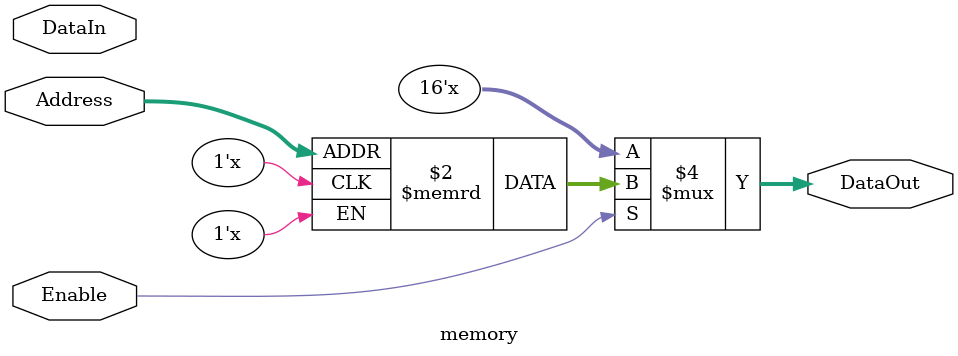
<source format=v>
 
 module memory (Enable,Address,DataIn,DataOut);
    input  Enable;
    input [15:0] DataIn;
    input [3:0] Address;
    output reg[15:0] DataOut;
    
    reg [15:0] Memory [0:127];         		 //128 x 16 memory
    
always @*
	   if (Enable)
            DataOut = Memory[Address];  		//Read
	   else DataOut = 16'bz;        	//High impedance state
endmodule
</source>
